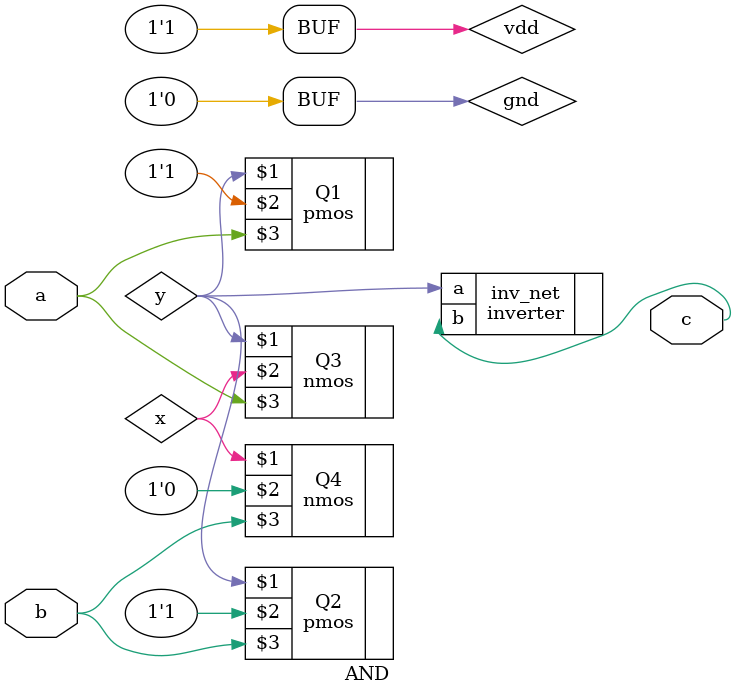
<source format=v>
`include "inv.v"

module AND (
    output c,
    input a, b
);
    wire x, y;

    // power 
    supply1 vdd;
    supply0 gnd;

    // pull up network
    pmos Q1(y, vdd, a);
    pmos Q2(y, vdd, b);

    // pull down network
    nmos Q3(y, x, a);
    nmos Q4(x, gnd, b);

    // final output through not gate
    inverter inv_net(.a(y), .b(c));

endmodule
</source>
